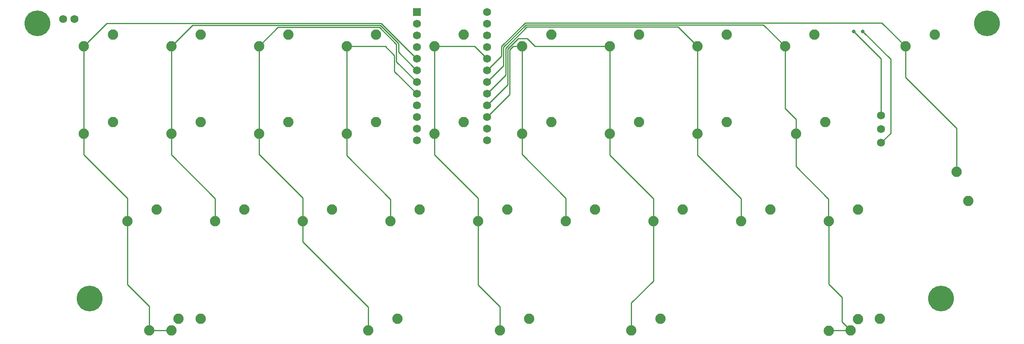
<source format=gbr>
G04 #@! TF.GenerationSoftware,KiCad,Pcbnew,(5.1.9)-1*
G04 #@! TF.CreationDate,2021-12-01T20:16:17-08:00*
G04 #@! TF.ProjectId,Isola_v2,49736f6c-615f-4763-922e-6b696361645f,rev?*
G04 #@! TF.SameCoordinates,Original*
G04 #@! TF.FileFunction,Copper,L1,Top*
G04 #@! TF.FilePolarity,Positive*
%FSLAX46Y46*%
G04 Gerber Fmt 4.6, Leading zero omitted, Abs format (unit mm)*
G04 Created by KiCad (PCBNEW (5.1.9)-1) date 2021-12-01 20:16:17*
%MOMM*%
%LPD*%
G01*
G04 APERTURE LIST*
G04 #@! TA.AperFunction,ComponentPad*
%ADD10C,1.752600*%
G04 #@! TD*
G04 #@! TA.AperFunction,ComponentPad*
%ADD11R,1.752600X1.752600*%
G04 #@! TD*
G04 #@! TA.AperFunction,ComponentPad*
%ADD12C,2.250000*%
G04 #@! TD*
G04 #@! TA.AperFunction,ComponentPad*
%ADD13C,5.600000*%
G04 #@! TD*
G04 #@! TA.AperFunction,ViaPad*
%ADD14C,0.800000*%
G04 #@! TD*
G04 #@! TA.AperFunction,Conductor*
%ADD15C,0.250000*%
G04 #@! TD*
G04 APERTURE END LIST*
D10*
X93345000Y457200D03*
X78105000Y-27482800D03*
X93345000Y-2082800D03*
X93345000Y-4622800D03*
X93345000Y-7162800D03*
X93345000Y-9702800D03*
X93345000Y-12242800D03*
X93345000Y-14782800D03*
X93345000Y-17322800D03*
X93345000Y-19862800D03*
X93345000Y-22402800D03*
X93345000Y-24942800D03*
X93345000Y-27482800D03*
X78105000Y-24942800D03*
X78105000Y-22402800D03*
X78105000Y-19862800D03*
X78105000Y-17322800D03*
X78105000Y-14782800D03*
X78105000Y-12242800D03*
X78105000Y-9702800D03*
X78105000Y-7162800D03*
X78105000Y-4622800D03*
X78105000Y-2082800D03*
D11*
X78105000Y457200D03*
D12*
X178752500Y-66357500D03*
X172402500Y-68897500D03*
X26352500Y-66357500D03*
X20002500Y-68897500D03*
X88265000Y-4445000D03*
X81915000Y-6985000D03*
X12065000Y-4445000D03*
X5715000Y-6985000D03*
X31115000Y-4445000D03*
X24765000Y-6985000D03*
X50165000Y-4445000D03*
X43815000Y-6985000D03*
X69215000Y-4445000D03*
X62865000Y-6985000D03*
X107315000Y-4445000D03*
X100965000Y-6985000D03*
X126365000Y-4445000D03*
X120015000Y-6985000D03*
X145415000Y-4445000D03*
X139065000Y-6985000D03*
X164465000Y-4445000D03*
X158115000Y-6985000D03*
X12065000Y-23495000D03*
X5715000Y-26035000D03*
X31115000Y-23495000D03*
X24765000Y-26035000D03*
X50165000Y-23495000D03*
X43815000Y-26035000D03*
X69215000Y-23495000D03*
X62865000Y-26035000D03*
X88265000Y-23495000D03*
X81915000Y-26035000D03*
X107315000Y-23495000D03*
X100965000Y-26035000D03*
X126365000Y-23495000D03*
X120015000Y-26035000D03*
X145415000Y-23495000D03*
X139065000Y-26035000D03*
X21590000Y-42545000D03*
X15240000Y-45085000D03*
X40640000Y-42545000D03*
X34290000Y-45085000D03*
X59690000Y-42545000D03*
X53340000Y-45085000D03*
X78740000Y-42545000D03*
X72390000Y-45085000D03*
X97790000Y-42545000D03*
X91440000Y-45085000D03*
X116840000Y-42545000D03*
X110490000Y-45085000D03*
X135890000Y-42545000D03*
X129540000Y-45085000D03*
X154940000Y-42545000D03*
X148590000Y-45085000D03*
X173990000Y-42545000D03*
X167640000Y-45085000D03*
X173990000Y-66370200D03*
X167640000Y-68910200D03*
X31115000Y-66319400D03*
X24765000Y-68859400D03*
X190658750Y-4445000D03*
X184308750Y-6985000D03*
X166846250Y-23495000D03*
X160496250Y-26035000D03*
D10*
X3750000Y-1041400D03*
X1270000Y-1041400D03*
X179000000Y-28000000D03*
X179000000Y-25000000D03*
X179000000Y-22000000D03*
D12*
X197967600Y-40640000D03*
X195427600Y-34290000D03*
X131089400Y-66319400D03*
X124739400Y-68859400D03*
X73939400Y-66319400D03*
X67589400Y-68859400D03*
X102552500Y-66357500D03*
X96202500Y-68897500D03*
D13*
X-4356250Y-2000000D03*
X202000000Y-2000000D03*
X7000000Y-61899800D03*
X192000000Y-61925200D03*
D14*
X173024800Y-3708400D03*
X175006000Y-3708400D03*
D15*
X179000000Y-22000000D02*
X179000000Y-9683600D01*
X179000000Y-9683600D02*
X173024800Y-3708400D01*
X179000000Y-28000000D02*
X181076600Y-25923400D01*
X181076600Y-25923400D02*
X181076600Y-9779000D01*
X181076600Y-9779000D02*
X175006000Y-3708400D01*
X173024800Y-3708400D02*
X173024800Y-3708400D01*
X175006000Y-3708400D02*
X175006000Y-3708400D01*
X5715000Y-6985000D02*
X5715000Y-26035000D01*
X5715000Y-26035000D02*
X5715000Y-30556200D01*
X15240000Y-40081200D02*
X15240000Y-45085000D01*
X5715000Y-30556200D02*
X15240000Y-40081200D01*
X15240000Y-45085000D02*
X15240000Y-58851800D01*
X20002500Y-63614300D02*
X20002500Y-68897500D01*
X15240000Y-58851800D02*
X20002500Y-63614300D01*
X77228701Y-8826501D02*
X78105000Y-9702800D01*
X70360822Y-1955800D02*
X77228701Y-8823679D01*
X10744200Y-1955800D02*
X70360822Y-1955800D01*
X77228701Y-8823679D02*
X77228701Y-8826501D01*
X5715000Y-6985000D02*
X10744200Y-1955800D01*
X24726900Y-68897500D02*
X24765000Y-68859400D01*
X20002500Y-68897500D02*
X24726900Y-68897500D01*
X24765000Y-6985000D02*
X24765000Y-26035000D01*
X24765000Y-26035000D02*
X24765000Y-30607000D01*
X34290000Y-40132000D02*
X34290000Y-45085000D01*
X24765000Y-30607000D02*
X34290000Y-40132000D01*
X77228701Y-11366501D02*
X78105000Y-12242800D01*
X74128222Y-8266022D02*
X77228701Y-11366501D01*
X74128222Y-6359611D02*
X74128222Y-8266022D01*
X70174422Y-2405811D02*
X74128222Y-6359611D01*
X29344189Y-2405811D02*
X70174422Y-2405811D01*
X24765000Y-6985000D02*
X29344189Y-2405811D01*
X43815000Y-6985000D02*
X43815000Y-26035000D01*
X43815000Y-26035000D02*
X43815000Y-30480000D01*
X53340000Y-40005000D02*
X53340000Y-45085000D01*
X43815000Y-30480000D02*
X53340000Y-40005000D01*
X73678211Y-10356011D02*
X78105000Y-14782800D01*
X73678211Y-6546011D02*
X73678211Y-10356011D01*
X69988022Y-2855822D02*
X73678211Y-6546011D01*
X47944178Y-2855822D02*
X69988022Y-2855822D01*
X43815000Y-6985000D02*
X47944178Y-2855822D01*
X53340000Y-45085000D02*
X53340000Y-49555400D01*
X67589400Y-63804800D02*
X67589400Y-68859400D01*
X53340000Y-49555400D02*
X67589400Y-63804800D01*
X62865000Y-6985000D02*
X62865000Y-26035000D01*
X62865000Y-26035000D02*
X62865000Y-30759400D01*
X72390000Y-40284400D02*
X72390000Y-45085000D01*
X62865000Y-30759400D02*
X72390000Y-40284400D01*
X73228200Y-12446000D02*
X78105000Y-17322800D01*
X73228200Y-8966200D02*
X73228200Y-12446000D01*
X71247000Y-6985000D02*
X73228200Y-8966200D01*
X62865000Y-6985000D02*
X71247000Y-6985000D01*
X81915000Y-6985000D02*
X81915000Y-26035000D01*
X81915000Y-26035000D02*
X81915000Y-30581600D01*
X91440000Y-40106600D02*
X91440000Y-45085000D01*
X81915000Y-30581600D02*
X91440000Y-40106600D01*
X91440000Y-45085000D02*
X91440000Y-58953400D01*
X96202500Y-63715900D02*
X96202500Y-68897500D01*
X91440000Y-58953400D02*
X96202500Y-63715900D01*
X90627200Y-6985000D02*
X93345000Y-9702800D01*
X81915000Y-6985000D02*
X90627200Y-6985000D01*
X100965000Y-6985000D02*
X100965000Y-26035000D01*
X100965000Y-26035000D02*
X100965000Y-30505400D01*
X110490000Y-40030400D02*
X110490000Y-45085000D01*
X100965000Y-30505400D02*
X110490000Y-40030400D01*
X98323400Y-17424400D02*
X93345000Y-22402800D01*
X98323400Y-7721600D02*
X98323400Y-17424400D01*
X99060000Y-6985000D02*
X98323400Y-7721600D01*
X100965000Y-6985000D02*
X99060000Y-6985000D01*
X120015000Y-6985000D02*
X120015000Y-26035000D01*
X120015000Y-26035000D02*
X120015000Y-30657800D01*
X129540000Y-40182800D02*
X129540000Y-45085000D01*
X120015000Y-30657800D02*
X129540000Y-40182800D01*
X120015000Y-6985000D02*
X103809800Y-6985000D01*
X97866200Y-11840633D02*
X97866200Y-15341600D01*
X102057200Y-5232400D02*
X100176189Y-5232400D01*
X97870033Y-11836800D02*
X97866200Y-11840633D01*
X97866200Y-15341600D02*
X94221299Y-18986501D01*
X94221299Y-18986501D02*
X93345000Y-19862800D01*
X97870033Y-7538556D02*
X97870033Y-11836800D01*
X100176189Y-5232400D02*
X97870033Y-7538556D01*
X103809800Y-6985000D02*
X102057200Y-5232400D01*
X129540000Y-45085000D02*
X129540000Y-58064400D01*
X124739400Y-62865000D02*
X124739400Y-68859400D01*
X129540000Y-58064400D02*
X124739400Y-62865000D01*
X139065000Y-6985000D02*
X139065000Y-26035000D01*
X139065000Y-26035000D02*
X139065000Y-30632400D01*
X148590000Y-40157400D02*
X148590000Y-45085000D01*
X139065000Y-30632400D02*
X148590000Y-40157400D01*
X102017956Y-2754222D02*
X97420022Y-7352156D01*
X94221299Y-16446501D02*
X93345000Y-17322800D01*
X97409000Y-11661422D02*
X97409000Y-13258800D01*
X97420022Y-11650400D02*
X97409000Y-11661422D01*
X97420022Y-7352156D02*
X97420022Y-11650400D01*
X139065000Y-6985000D02*
X134834222Y-2754222D01*
X97409000Y-13258800D02*
X94221299Y-16446501D01*
X134834222Y-2754222D02*
X102017956Y-2754222D01*
X158115000Y-6985000D02*
X158115000Y-20523200D01*
X160496250Y-22904450D02*
X160496250Y-26035000D01*
X158115000Y-20523200D02*
X160496250Y-22904450D01*
X160496250Y-26035000D02*
X160496250Y-33166050D01*
X167570001Y-45015001D02*
X167640000Y-45085000D01*
X167570001Y-40239801D02*
X167570001Y-45015001D01*
X160496250Y-33166050D02*
X167570001Y-40239801D01*
X158115000Y-6985000D02*
X153434211Y-2304211D01*
X96970011Y-7165757D02*
X96970011Y-11157789D01*
X96970011Y-11157789D02*
X94221299Y-13906501D01*
X101831557Y-2304211D02*
X96970011Y-7165757D01*
X153434211Y-2304211D02*
X101831557Y-2304211D01*
X94221299Y-13906501D02*
X93345000Y-14782800D01*
X167652700Y-68897500D02*
X167640000Y-68910200D01*
X172402500Y-68897500D02*
X167652700Y-68897500D01*
X170535600Y-67030600D02*
X172402500Y-68897500D01*
X170535600Y-61645800D02*
X170535600Y-67030600D01*
X167640000Y-58750200D02*
X170535600Y-61645800D01*
X167640000Y-45085000D02*
X167640000Y-58750200D01*
X96520000Y-9067800D02*
X93345000Y-12242800D01*
X96520000Y-6979357D02*
X96520000Y-9067800D01*
X101645157Y-1854200D02*
X96520000Y-6979357D01*
X179177950Y-1854200D02*
X101645157Y-1854200D01*
X184308750Y-6985000D02*
X179177950Y-1854200D01*
X184308750Y-13747750D02*
X184308750Y-6985000D01*
X195427600Y-34290000D02*
X195427600Y-24866600D01*
X195313300Y-24752300D02*
X184308750Y-13747750D01*
X195427600Y-24866600D02*
X195313300Y-24752300D01*
M02*

</source>
